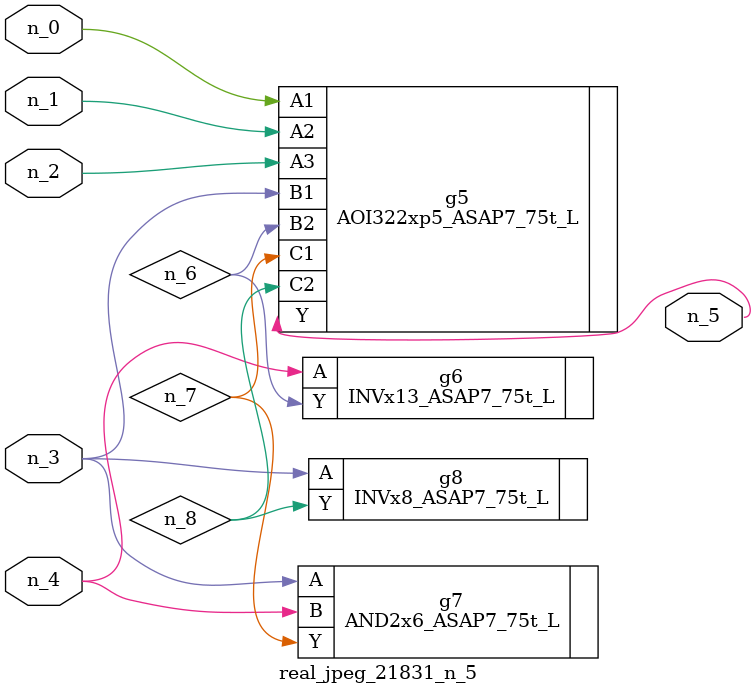
<source format=v>
module real_jpeg_21831_n_5 (n_4, n_0, n_1, n_2, n_3, n_5);

input n_4;
input n_0;
input n_1;
input n_2;
input n_3;

output n_5;

wire n_8;
wire n_6;
wire n_7;

AOI322xp5_ASAP7_75t_L g5 ( 
.A1(n_0),
.A2(n_1),
.A3(n_2),
.B1(n_3),
.B2(n_6),
.C1(n_7),
.C2(n_8),
.Y(n_5)
);

AND2x6_ASAP7_75t_L g7 ( 
.A(n_3),
.B(n_4),
.Y(n_7)
);

INVx8_ASAP7_75t_L g8 ( 
.A(n_3),
.Y(n_8)
);

INVx13_ASAP7_75t_L g6 ( 
.A(n_4),
.Y(n_6)
);


endmodule
</source>
